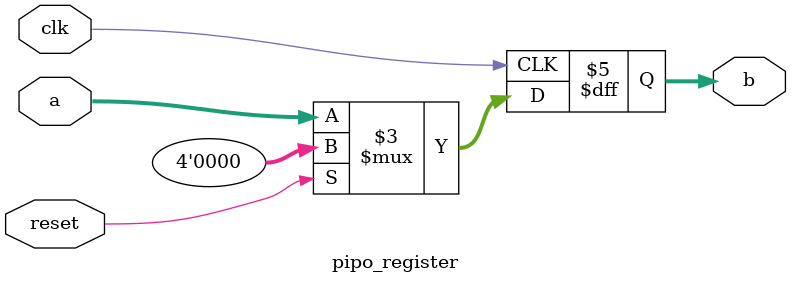
<source format=v>
module pipo_register(
    input clk,
    input reset,
    input [3:0] a,
    output reg [3:0] b
);

always @(posedge clk)
begin
    if(reset)
        b <= 4'b0000;
    else
        b <= a;
end
endmodule

</source>
